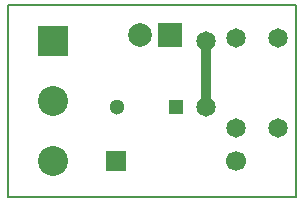
<source format=gbr>
G04 #@! TF.FileFunction,Copper,L1,Top,Signal*
%FSLAX46Y46*%
G04 Gerber Fmt 4.6, Leading zero omitted, Abs format (unit mm)*
G04 Created by KiCad (PCBNEW 4.0.0-rc1-stable) date 30/11/2015 17:09:56*
%MOMM*%
G01*
G04 APERTURE LIST*
%ADD10C,0.100000*%
%ADD11C,0.150000*%
%ADD12R,1.300000X1.300000*%
%ADD13C,1.300000*%
%ADD14C,1.699260*%
%ADD15R,1.699260X1.699260*%
%ADD16R,2.000000X2.000000*%
%ADD17C,2.000000*%
%ADD18R,2.540000X2.540000*%
%ADD19C,2.540000*%
%ADD20C,1.651000*%
%ADD21C,0.812800*%
G04 APERTURE END LIST*
D10*
D11*
X151384000Y-104648000D02*
X127000000Y-104648000D01*
X151384000Y-88392000D02*
X151384000Y-104648000D01*
X127000000Y-88392000D02*
X151384000Y-88392000D01*
X127000000Y-104648000D02*
X127000000Y-88392000D01*
D12*
X141224000Y-97028000D03*
D13*
X136224000Y-97028000D03*
D14*
X146304520Y-101597460D03*
D15*
X136144520Y-101597460D03*
D16*
X140716000Y-90932000D03*
D17*
X138176000Y-90932000D03*
D18*
X130810000Y-91440000D03*
D19*
X130810000Y-96520000D03*
X130810000Y-101600000D03*
D20*
X146304000Y-91186000D03*
X146304000Y-98806000D03*
X149860000Y-91186000D03*
X149860000Y-98806000D03*
X143764000Y-97028000D03*
X143764000Y-91440000D03*
D21*
X143764000Y-91440000D02*
X143764000Y-97028000D01*
M02*

</source>
